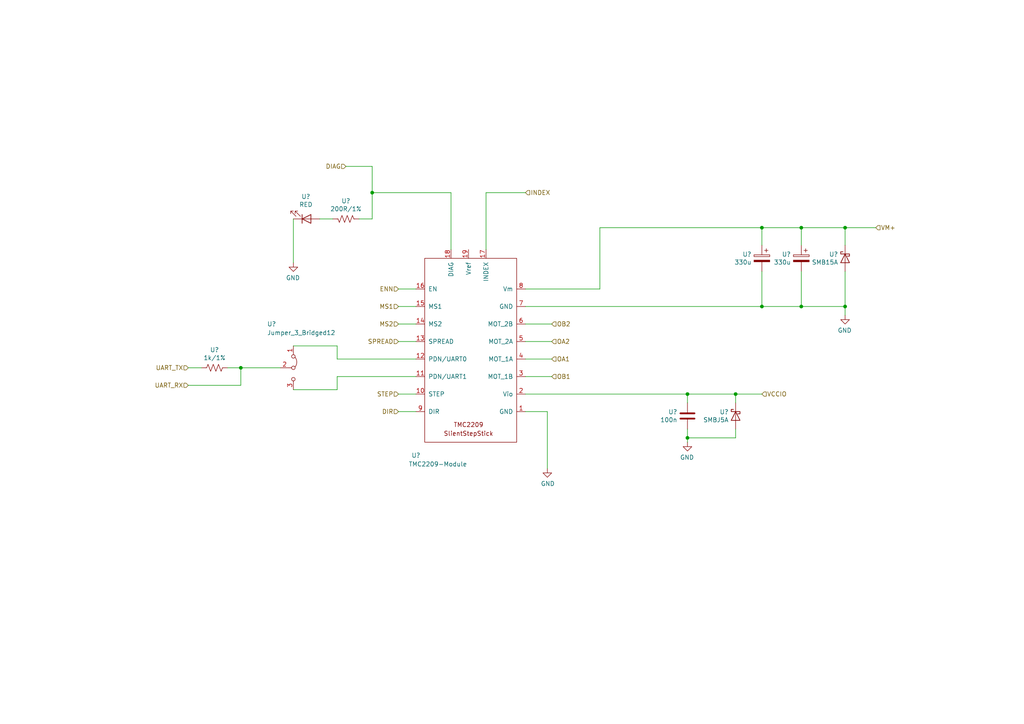
<source format=kicad_sch>
(kicad_sch (version 20211123) (generator eeschema)
  (paper "A4")
  (lib_symbols
    (symbol "Jumper:Jumper_3_Bridged12" (pin_names (offset 0) hide)
      (property "Reference" "JP" (at -2.54 -2.54 0))
      (property "Value" "Jumper_3_Bridged12" (at 0 2.794 0))
      (symbol "Jumper_3_Bridged12_0_0"
        (circle (center -3.302 0) (radius 0.508))
        (circle (center 0 0) (radius 0.508))
        (circle (center 3.302 0) (radius 0.508))
      )
      (symbol "Jumper_3_Bridged12_0_1"
        (arc (start -0.254 0.508) (mid -1.651 0.9912) (end -3.048 0.508))
        (polyline (pts (xy 0 -1.27) (xy 0 -0.508)))
      )
      (symbol "Jumper_3_Bridged12_1_1"
        (pin passive line (at -6.35 0 0) (length 2.54) (name "A") (number "1"))
        (pin passive line (at 0 -3.81 90) (length 2.54) (name "C") (number "2"))
        (pin passive line (at 6.35 0 180) (length 2.54) (name "B") (number "3"))
      )
    )
    (symbol "MMTK-rescue:C-Device-MMTK-rescue-MMTK-rescue" (pin_numbers hide) (pin_names (offset 0.254))
      (property "Reference" "C" (at 0.635 2.54 0))
      (property "Value" "MMTK-rescue_C-Device-MMTK-rescue-MMTK-rescue" (at 0.635 -2.54 0))
      (symbol "C-Device-MMTK-rescue-MMTK-rescue_0_1"
        (polyline (pts (xy -2.032 -0.762) (xy 2.032 -0.762)) (stroke (width 0.508)))
        (polyline (pts (xy -2.032 0.762) (xy 2.032 0.762)) (stroke (width 0.508)))
      )
      (symbol "C-Device-MMTK-rescue-MMTK-rescue_1_1"
        (pin passive line (at 0 3.81 270) (length 2.794) (name "~") (number "1"))
        (pin passive line (at 0 -3.81 90) (length 2.794) (name "~") (number "2"))
      )
    )
    (symbol "MMTK-rescue:CP-Device-MMTK-rescue-MMTK-rescue" (pin_numbers hide) (pin_names (offset 0.254))
      (property "Reference" "C" (at 0.635 2.54 0))
      (property "Value" "MMTK-rescue_CP-Device-MMTK-rescue-MMTK-rescue" (at 0.635 -2.54 0))
      (symbol "CP-Device-MMTK-rescue-MMTK-rescue_0_1"
        (rectangle (start -2.286 0.508) (end 2.286 1.016))
        (polyline (pts (xy -1.778 2.286) (xy -0.762 2.286)))
        (polyline (pts (xy -1.27 2.794) (xy -1.27 1.778)))
        (rectangle (start 2.286 -0.508) (end -2.286 -1.016) (fill (type outline)))
      )
      (symbol "CP-Device-MMTK-rescue-MMTK-rescue_1_1"
        (pin passive line (at 0 3.81 270) (length 2.794) (name "~") (number "1"))
        (pin passive line (at 0 -3.81 90) (length 2.794) (name "~") (number "2"))
      )
    )
    (symbol "MMTK-rescue:D_Schottky-Device-MMTK-rescue-MMTK-rescue" (pin_numbers hide) (pin_names (offset 1.016) hide)
      (property "Reference" "D" (at 0 2.54 0))
      (property "Value" "MMTK-rescue_D_Schottky-Device-MMTK-rescue-MMTK-rescue" (at 0 -2.54 0))
      (symbol "D_Schottky-Device-MMTK-rescue-MMTK-rescue_0_1"
        (polyline (pts (xy 1.27 0) (xy -1.27 0)))
        (polyline (pts (xy 1.27 1.27) (xy 1.27 -1.27) (xy -1.27 0) (xy 1.27 1.27)) (stroke (width 0.2032)))
        (polyline (pts (xy -1.905 0.635) (xy -1.905 1.27) (xy -1.27 1.27) (xy -1.27 -1.27) (xy -0.635 -1.27) (xy -0.635 -0.635)) (stroke (width 0.2032)))
      )
      (symbol "D_Schottky-Device-MMTK-rescue-MMTK-rescue_1_1"
        (pin passive line (at -3.81 0 0) (length 2.54) (name "K") (number "1"))
        (pin passive line (at 3.81 0 180) (length 2.54) (name "A") (number "2"))
      )
    )
    (symbol "MMTK-rescue:GND-power-MMTK-rescue-MMTK-rescue" (power) (pin_names (offset 0))
      (property "Value" "MMTK-rescue_GND-power-MMTK-rescue-MMTK-rescue" (at 0 -3.81 0))
      (symbol "GND-power-MMTK-rescue-MMTK-rescue_0_1"
        (polyline (pts (xy 0 0) (xy 0 -1.27) (xy 1.27 -1.27) (xy 0 -2.54) (xy -1.27 -1.27) (xy 0 -1.27)))
      )
      (symbol "GND-power-MMTK-rescue-MMTK-rescue_1_1"
        (pin power_in line (at 0 0 270) (length 0) hide (name "GND") (number "1"))
      )
    )
    (symbol "MMTK-rescue:LED-Device-MMTK-rescue-MMTK-rescue" (pin_numbers hide) (pin_names (offset 1.016) hide)
      (property "Reference" "D" (at 0 2.54 0))
      (property "Value" "MMTK-rescue_LED-Device-MMTK-rescue-MMTK-rescue" (at 0 -2.54 0))
      (symbol "LED-Device-MMTK-rescue-MMTK-rescue_0_1"
        (polyline (pts (xy -1.27 -1.27) (xy -1.27 1.27)) (stroke (width 0.2032)))
        (polyline (pts (xy -1.27 0) (xy 1.27 0)))
        (polyline (pts (xy 1.27 -1.27) (xy 1.27 1.27) (xy -1.27 0) (xy 1.27 -1.27)) (stroke (width 0.2032)))
        (polyline (pts (xy -3.048 -0.762) (xy -4.572 -2.286) (xy -3.81 -2.286) (xy -4.572 -2.286) (xy -4.572 -1.524)))
        (polyline (pts (xy -1.778 -0.762) (xy -3.302 -2.286) (xy -2.54 -2.286) (xy -3.302 -2.286) (xy -3.302 -1.524)))
      )
      (symbol "LED-Device-MMTK-rescue-MMTK-rescue_1_1"
        (pin passive line (at -3.81 0 0) (length 2.54) (name "K") (number "1"))
        (pin passive line (at 3.81 0 180) (length 2.54) (name "A") (number "2"))
      )
    )
    (symbol "MMTK-rescue:R_US-Device-MMTK-rescue-MMTK-rescue" (pin_numbers hide) (pin_names (offset 0))
      (property "Reference" "R" (at 2.54 0 90))
      (property "Value" "MMTK-rescue_R_US-Device-MMTK-rescue-MMTK-rescue" (at -2.54 0 90))
      (symbol "R_US-Device-MMTK-rescue-MMTK-rescue_0_1"
        (polyline (pts (xy 0 -2.286) (xy 0 -2.54)))
        (polyline (pts (xy 0 2.286) (xy 0 2.54)))
        (polyline (pts (xy 0 -0.762) (xy 1.016 -1.143) (xy 0 -1.524) (xy -1.016 -1.905) (xy 0 -2.286)))
        (polyline (pts (xy 0 0.762) (xy 1.016 0.381) (xy 0 0) (xy -1.016 -0.381) (xy 0 -0.762)))
        (polyline (pts (xy 0 2.286) (xy 1.016 1.905) (xy 0 1.524) (xy -1.016 1.143) (xy 0 0.762)))
      )
      (symbol "R_US-Device-MMTK-rescue-MMTK-rescue_1_1"
        (pin passive line (at 0 3.81 270) (length 1.27) (name "~") (number "1"))
        (pin passive line (at 0 -3.81 90) (length 1.27) (name "~") (number "2"))
      )
    )
    (symbol "MMTK:TMC2209-Module" (pin_names (offset 1.016))
      (property "Reference" "M" (at -6.35 8.89 0))
      (property "Value" "TMC2209-Module" (at 1.27 11.43 0))
      (symbol "TMC2209-Module_0_0"
        (text "SlientStepStick" (at 12.7 -50.8 0) (effects (font (size 1.27 1.27))))
        (text "TMC2209" (at 12.7 -48.26 0) (effects (font (size 1.27 1.27))))
      )
      (symbol "TMC2209-Module_0_1"
        (rectangle (start 0 0) (end 26.67 -53.34))
      )
      (symbol "TMC2209-Module_1_1"
        (pin input line (at 29.21 -44.45 180) (length 2.54) (name "GND") (number "1"))
        (pin input line (at -2.54 -39.37 0) (length 2.54) (name "STEP") (number "10"))
        (pin input line (at -2.54 -34.29 0) (length 2.54) (name "PDN/UART1") (number "11"))
        (pin input line (at -2.54 -29.21 0) (length 2.54) (name "PDN/UART0") (number "12"))
        (pin input line (at -2.54 -24.13 0) (length 2.54) (name "SPREAD") (number "13"))
        (pin input line (at -2.54 -19.05 0) (length 2.54) (name "MS2") (number "14"))
        (pin input line (at -2.54 -13.97 0) (length 2.54) (name "MS1") (number "15"))
        (pin input line (at -2.54 -8.89 0) (length 2.54) (name "EN") (number "16"))
        (pin input line (at 17.78 2.54 270) (length 2.54) (name "INDEX") (number "17"))
        (pin input line (at 7.62 2.54 270) (length 2.54) (name "DIAG") (number "18"))
        (pin input line (at 12.7 2.54 270) (length 2.54) (name "Vref") (number "19"))
        (pin input line (at 29.21 -39.37 180) (length 2.54) (name "Vio") (number "2"))
        (pin input line (at 29.21 -34.29 180) (length 2.54) (name "MOT_1B") (number "3"))
        (pin input line (at 29.21 -29.21 180) (length 2.54) (name "MOT_1A") (number "4"))
        (pin input line (at 29.21 -24.13 180) (length 2.54) (name "MOT_2A") (number "5"))
        (pin input line (at 29.21 -19.05 180) (length 2.54) (name "MOT_2B") (number "6"))
        (pin input line (at 29.21 -13.97 180) (length 2.54) (name "GND") (number "7"))
        (pin input line (at 29.21 -8.89 180) (length 2.54) (name "Vm") (number "8"))
        (pin input line (at -2.54 -44.45 0) (length 2.54) (name "DIR") (number "9"))
      )
    )
  )
  (junction (at 199.39 114.3))
  (junction (at 107.95 55.88))
  (junction (at 245.11 88.9))
  (junction (at 220.98 66.04))
  (junction (at 232.41 88.9))
  (junction (at 232.41 66.04))
  (junction (at 220.98 88.9))
  (junction (at 69.85 106.68))
  (junction (at 245.11 66.04))
  (junction (at 213.36 114.3))
  (junction (at 199.39 127))
  (wire (pts (xy 97.79 104.14) (xy 120.65 104.14)))
  (wire (pts (xy 199.39 124.46) (xy 199.39 127)))
  (wire (pts (xy 152.4 88.9) (xy 220.98 88.9)))
  (wire (pts (xy 173.99 66.04) (xy 173.99 83.82)))
  (wire (pts (xy 220.98 66.04) (xy 232.41 66.04)))
  (wire (pts (xy 232.41 71.12) (xy 232.41 66.04)))
  (wire (pts (xy 173.99 83.82) (xy 152.4 83.82)))
  (wire (pts (xy 120.65 93.98) (xy 115.57 93.98)))
  (wire (pts (xy 107.95 55.88) (xy 107.95 48.26)))
  (wire (pts (xy 115.57 99.06) (xy 120.65 99.06)))
  (wire (pts (xy 220.98 71.12) (xy 220.98 66.04)))
  (wire (pts (xy 232.41 78.74) (xy 232.41 88.9)))
  (wire (pts (xy 96.52 63.5) (xy 92.71 63.5)))
  (wire (pts (xy 199.39 127) (xy 199.39 128.27)))
  (wire (pts (xy 107.95 48.26) (xy 100.33 48.26)))
  (wire (pts (xy 152.4 114.3) (xy 199.39 114.3)))
  (wire (pts (xy 130.81 55.88) (xy 130.81 72.39)))
  (wire (pts (xy 173.99 66.04) (xy 220.98 66.04)))
  (wire (pts (xy 160.02 104.14) (xy 152.4 104.14)))
  (wire (pts (xy 245.11 88.9) (xy 245.11 91.44)))
  (wire (pts (xy 220.98 114.3) (xy 213.36 114.3)))
  (wire (pts (xy 115.57 114.3) (xy 120.65 114.3)))
  (wire (pts (xy 85.09 100.33) (xy 97.79 100.33)))
  (wire (pts (xy 220.98 88.9) (xy 220.98 78.74)))
  (wire (pts (xy 213.36 127) (xy 199.39 127)))
  (wire (pts (xy 199.39 116.84) (xy 199.39 114.3)))
  (wire (pts (xy 115.57 83.82) (xy 120.65 83.82)))
  (wire (pts (xy 245.11 78.74) (xy 245.11 88.9)))
  (wire (pts (xy 107.95 55.88) (xy 107.95 63.5)))
  (wire (pts (xy 158.75 119.38) (xy 152.4 119.38)))
  (wire (pts (xy 115.57 88.9) (xy 120.65 88.9)))
  (wire (pts (xy 54.61 106.68) (xy 58.42 106.68)))
  (wire (pts (xy 107.95 63.5) (xy 104.14 63.5)))
  (wire (pts (xy 213.36 124.46) (xy 213.36 127)))
  (wire (pts (xy 220.98 88.9) (xy 232.41 88.9)))
  (wire (pts (xy 69.85 111.76) (xy 69.85 106.68)))
  (wire (pts (xy 213.36 116.84) (xy 213.36 114.3)))
  (wire (pts (xy 97.79 109.22) (xy 120.65 109.22)))
  (wire (pts (xy 152.4 93.98) (xy 160.02 93.98)))
  (wire (pts (xy 254 66.04) (xy 245.11 66.04)))
  (wire (pts (xy 245.11 66.04) (xy 245.11 71.12)))
  (wire (pts (xy 245.11 66.04) (xy 232.41 66.04)))
  (wire (pts (xy 152.4 99.06) (xy 160.02 99.06)))
  (wire (pts (xy 158.75 119.38) (xy 158.75 135.89)))
  (wire (pts (xy 120.65 119.38) (xy 115.57 119.38)))
  (wire (pts (xy 232.41 88.9) (xy 245.11 88.9)))
  (wire (pts (xy 107.95 55.88) (xy 130.81 55.88)))
  (wire (pts (xy 85.09 113.03) (xy 97.79 113.03)))
  (wire (pts (xy 69.85 106.68) (xy 81.28 106.68)))
  (wire (pts (xy 54.61 111.76) (xy 69.85 111.76)))
  (wire (pts (xy 199.39 114.3) (xy 213.36 114.3)))
  (wire (pts (xy 66.04 106.68) (xy 69.85 106.68)))
  (wire (pts (xy 152.4 55.88) (xy 140.97 55.88)))
  (wire (pts (xy 97.79 113.03) (xy 97.79 109.22)))
  (wire (pts (xy 85.09 76.2) (xy 85.09 63.5)))
  (wire (pts (xy 140.97 55.88) (xy 140.97 72.39)))
  (wire (pts (xy 152.4 109.22) (xy 160.02 109.22)))
  (wire (pts (xy 97.79 100.33) (xy 97.79 104.14)))
  (hierarchical_label "STEP" (shape input) (at 115.57 114.3 180))
  (hierarchical_label "UART_RX" (shape input) (at 54.61 111.76 180))
  (hierarchical_label "OB2" (shape input) (at 160.02 93.98 0))
  (hierarchical_label "SPREAD" (shape input) (at 115.57 99.06 180))
  (hierarchical_label "OA1" (shape input) (at 160.02 104.14 0))
  (hierarchical_label "VCCIO" (shape input) (at 220.98 114.3 0))
  (hierarchical_label "OB1" (shape input) (at 160.02 109.22 0))
  (hierarchical_label "DIR" (shape input) (at 115.57 119.38 180))
  (hierarchical_label "ENN" (shape input) (at 115.57 83.82 180))
  (hierarchical_label "MS2" (shape input) (at 115.57 93.98 180))
  (hierarchical_label "UART_TX" (shape input) (at 54.61 106.68 180))
  (hierarchical_label "MS1" (shape input) (at 115.57 88.9 180))
  (hierarchical_label "DIAG" (shape input) (at 100.33 48.26 180))
  (hierarchical_label "VM+" (shape input) (at 254 66.04 0))
  (hierarchical_label "OA2" (shape input) (at 160.02 99.06 0))
  (hierarchical_label "INDEX" (shape input) (at 152.4 55.88 0))
  (symbol (lib_id "MMTK-rescue:C-Device-MMTK-rescue-MMTK-rescue") (at 199.39 120.65 0) (mirror y) (unit 1)
    (property "Value" "100n" (at 196.469 121.793 0) (effects (justify left)))
    (property "Footprint" "Capacitor_SMD:C_0603_1608Metric" (effects hide))
  )
  (symbol (lib_id "MMTK-rescue:GND-power-MMTK-rescue-MMTK-rescue") (at 199.39 128.27 0) (mirror y) (unit 1)
    (property "Value" "GND" (at 199.263 132.6642 0))
  )
  (symbol (lib_id "MMTK-rescue:R_US-Device-MMTK-rescue-MMTK-rescue") (at 100.33 63.5 90) (mirror x) (unit 1)
    (property "Value" "200R/1%" (at 100.33 60.6044 90))
    (property "Footprint" "Resistor_SMD:R_0603_1608Metric" (effects hide))
  )
  (symbol (lib_id "MMTK-rescue:LED-Device-MMTK-rescue-MMTK-rescue") (at 88.9 63.5 0) (mirror x) (unit 1)
    (property "Value" "RED" (at 88.7222 59.3344 0))
    (property "Footprint" "LED_SMD:LED_0603_1608Metric" (effects hide))
  )
  (symbol (lib_id "MMTK-rescue:GND-power-MMTK-rescue-MMTK-rescue") (at 85.09 76.2 0) (mirror y) (unit 1)
    (property "Value" "GND" (at 84.963 80.5942 0))
  )
  (symbol (lib_id "MMTK-rescue:D_Schottky-Device-MMTK-rescue-MMTK-rescue") (at 245.11 74.93 90) (mirror x) (unit 1)
    (property "Value" "SMB15A" (at 243.1034 76.073 90) (effects (justify left)))
    (property "Footprint" "Diode_SMD:D_SMB" (effects hide))
  )
  (symbol (lib_id "MMTK-rescue:GND-power-MMTK-rescue-MMTK-rescue") (at 158.75 135.89 0) (unit 1)
    (property "Value" "GND" (at 158.877 140.2842 0))
  )
  (symbol (lib_id "MMTK-rescue:GND-power-MMTK-rescue-MMTK-rescue") (at 245.11 91.44 0) (mirror y) (unit 1)
    (property "Value" "GND" (at 244.983 95.8342 0))
  )
  (symbol (lib_id "MMTK-rescue:CP-Device-MMTK-rescue-MMTK-rescue") (at 232.41 74.93 0) (mirror y) (unit 1)
    (property "Value" "330u" (at 229.4128 76.073 0) (effects (justify left)))
    (property "Footprint" "Capacitor_SMD:CP_Elec_10x10" (effects hide))
  )
  (symbol (lib_id "MMTK-rescue:CP-Device-MMTK-rescue-MMTK-rescue") (at 220.98 74.93 0) (mirror y) (unit 1)
    (property "Value" "330u" (at 217.9828 76.073 0) (effects (justify left)))
    (property "Footprint" "Capacitor_SMD:CP_Elec_10x10" (effects hide))
  )
  (symbol (lib_id "MMTK-rescue:R_US-Device-MMTK-rescue-MMTK-rescue") (at 62.23 106.68 270) (unit 1)
    (property "Value" "1k/1%" (at 62.23 103.7844 90))
    (property "Footprint" "Resistor_SMD:R_0603_1608Metric" (effects hide))
  )
  (symbol (lib_id "MMTK-rescue:D_Schottky-Device-MMTK-rescue-MMTK-rescue") (at 213.36 120.65 90) (mirror x) (unit 1)
    (property "Value" "SMBJ5A" (at 211.3534 121.793 90) (effects (justify left)))
    (property "Footprint" "Diode_SMD:D_SMB" (effects hide))
  )
  (symbol (lib_id "MMTK:TMC2209-Module") (at 123.19 74.93 0) (unit 1)
    (property "Value" "TMC2209-Module" (at 127 134.62 0))
    (property "Footprint" "MMTK:TMCC2209_Module" (effects hide))
  )
  (symbol (lib_id "Jumper:Jumper_3_Bridged12") (at 85.09 106.68 270) (unit 1)
    (property "Value" "Jumper_3_Bridged12" (at 77.47 96.52 90) (effects (justify left)))
    (property "Footprint" "Jumper:SolderJumper-3_P1.3mm_Bridged12_Pad1.0x1.5mm_NumberLabels" (effects hide))
  )
)
</source>
